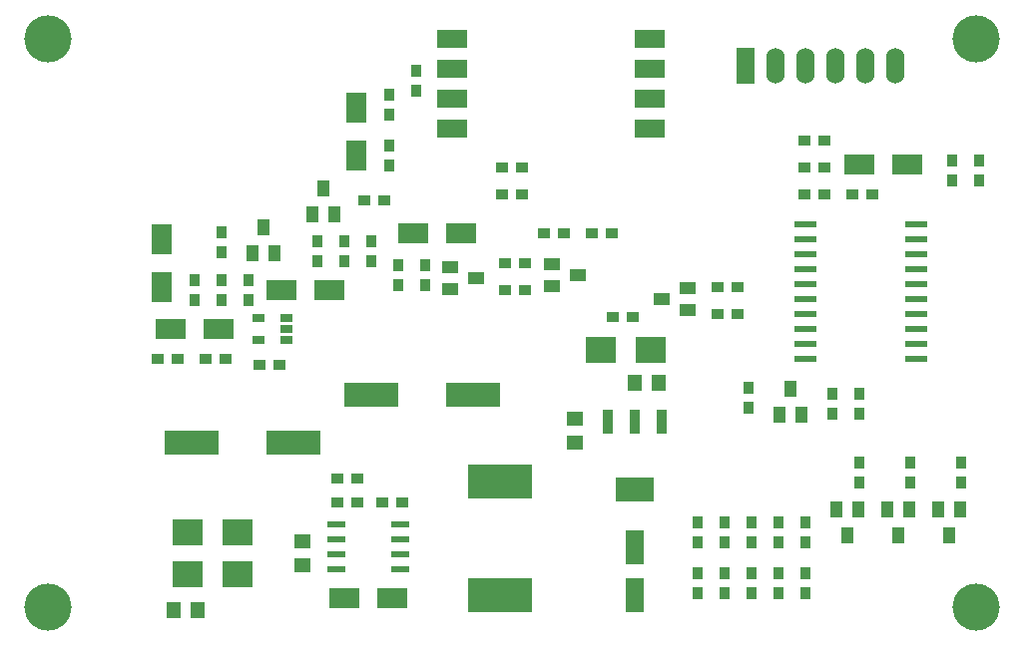
<source format=gtp>
G04 #@! TF.GenerationSoftware,KiCad,Pcbnew,5.0.0-fee4fd1~66~ubuntu18.04.1*
G04 #@! TF.CreationDate,2018-12-28T16:36:32-07:00*
G04 #@! TF.ProjectId,transceiver_test,7472616E736365697665725F74657374,rev?*
G04 #@! TF.SameCoordinates,Original*
G04 #@! TF.FileFunction,Paste,Top*
G04 #@! TF.FilePolarity,Positive*
%FSLAX46Y46*%
G04 Gerber Fmt 4.6, Leading zero omitted, Abs format (unit mm)*
G04 Created by KiCad (PCBNEW 5.0.0-fee4fd1~66~ubuntu18.04.1) date Fri Dec 28 16:36:32 2018*
%MOMM*%
%LPD*%
G01*
G04 APERTURE LIST*
%ADD10R,0.950000X1.000000*%
%ADD11R,1.000000X0.950000*%
%ADD12R,4.600000X2.000000*%
%ADD13R,1.450000X1.150000*%
%ADD14R,1.500000X3.000000*%
%ADD15R,1.150000X1.450000*%
%ADD16R,1.700000X2.500000*%
%ADD17R,2.500000X1.700000*%
%ADD18R,2.500000X2.300000*%
%ADD19R,1.524000X3.048000*%
%ADD20O,1.524000X3.048000*%
%ADD21R,5.400000X2.900000*%
%ADD22R,1.000000X1.400000*%
%ADD23R,1.400000X1.000000*%
%ADD24R,1.000000X0.700000*%
%ADD25R,1.950000X0.600000*%
%ADD26R,2.540000X1.520000*%
%ADD27R,1.550000X0.600000*%
%ADD28R,0.950000X2.150000*%
%ADD29R,3.250000X2.150000*%
%ADD30C,4.000000*%
G04 APERTURE END LIST*
D10*
G04 #@! TO.C,C1*
X27686000Y-57721000D03*
X27686000Y-56071000D03*
G04 #@! TD*
G04 #@! TO.C,C2*
X38100000Y-52769000D03*
X38100000Y-54419000D03*
G04 #@! TD*
D11*
G04 #@! TO.C,C3*
X26225000Y-62738000D03*
X24575000Y-62738000D03*
G04 #@! TD*
D10*
G04 #@! TO.C,C4*
X42672000Y-54419000D03*
X42672000Y-52769000D03*
G04 #@! TD*
D11*
G04 #@! TO.C,C5*
X34861000Y-63246000D03*
X33211000Y-63246000D03*
G04 #@! TD*
D10*
G04 #@! TO.C,C6*
X47244000Y-54801000D03*
X47244000Y-56451000D03*
G04 #@! TD*
D11*
G04 #@! TO.C,C7*
X79439000Y-48768000D03*
X81089000Y-48768000D03*
G04 #@! TD*
D10*
G04 #@! TO.C,C8*
X74676000Y-65215000D03*
X74676000Y-66865000D03*
G04 #@! TD*
D11*
G04 #@! TO.C,C9*
X85153000Y-48768000D03*
X83503000Y-48768000D03*
G04 #@! TD*
D10*
G04 #@! TO.C,C10*
X46482000Y-38291000D03*
X46482000Y-39941000D03*
G04 #@! TD*
D12*
G04 #@! TO.C,C11*
X27400000Y-69850000D03*
X36100000Y-69850000D03*
G04 #@! TD*
D11*
G04 #@! TO.C,C12*
X45275000Y-74930000D03*
X43625000Y-74930000D03*
G04 #@! TD*
D12*
G04 #@! TO.C,C13*
X51340000Y-65786000D03*
X42640000Y-65786000D03*
G04 #@! TD*
D13*
G04 #@! TO.C,C14*
X59944000Y-69859000D03*
X59944000Y-67809000D03*
G04 #@! TD*
D14*
G04 #@! TO.C,C15*
X65024000Y-78772000D03*
X65024000Y-82772000D03*
G04 #@! TD*
D15*
G04 #@! TO.C,C16*
X65015000Y-64770000D03*
X67065000Y-64770000D03*
G04 #@! TD*
D16*
G04 #@! TO.C,D1*
X24892000Y-52610000D03*
X24892000Y-56610000D03*
G04 #@! TD*
D10*
G04 #@! TO.C,D2*
X44196000Y-40323000D03*
X44196000Y-41973000D03*
G04 #@! TD*
D16*
G04 #@! TO.C,D3*
X41402000Y-45434000D03*
X41402000Y-41434000D03*
G04 #@! TD*
D17*
G04 #@! TO.C,D4*
X39084000Y-56896000D03*
X35084000Y-56896000D03*
G04 #@! TD*
G04 #@! TO.C,D5*
X46260000Y-52070000D03*
X50260000Y-52070000D03*
G04 #@! TD*
D10*
G04 #@! TO.C,D6*
X74930000Y-76645000D03*
X74930000Y-78295000D03*
G04 #@! TD*
G04 #@! TO.C,D7*
X77216000Y-78295000D03*
X77216000Y-76645000D03*
G04 #@! TD*
G04 #@! TO.C,D8*
X79502000Y-76645000D03*
X79502000Y-78295000D03*
G04 #@! TD*
D17*
G04 #@! TO.C,D9*
X84106000Y-46228000D03*
X88106000Y-46228000D03*
G04 #@! TD*
D18*
G04 #@! TO.C,D10*
X31360000Y-77470000D03*
X27060000Y-77470000D03*
G04 #@! TD*
G04 #@! TO.C,D13*
X27060000Y-81026000D03*
X31360000Y-81026000D03*
G04 #@! TD*
D17*
G04 #@! TO.C,D14*
X44418000Y-83058000D03*
X40418000Y-83058000D03*
G04 #@! TD*
D10*
G04 #@! TO.C,D15*
X72644000Y-78295000D03*
X72644000Y-76645000D03*
G04 #@! TD*
D18*
G04 #@! TO.C,D16*
X62112000Y-61976000D03*
X66412000Y-61976000D03*
G04 #@! TD*
D10*
G04 #@! TO.C,D17*
X70358000Y-78295000D03*
X70358000Y-76645000D03*
G04 #@! TD*
D19*
G04 #@! TO.C,J3*
X74422000Y-37846000D03*
D20*
X76962000Y-37846000D03*
X79502000Y-37846000D03*
X82042000Y-37846000D03*
X84582000Y-37846000D03*
X87122000Y-37846000D03*
G04 #@! TD*
D21*
G04 #@! TO.C,L1*
X53594000Y-82828000D03*
X53594000Y-73128000D03*
G04 #@! TD*
D22*
G04 #@! TO.C,Q1*
X33528000Y-51562000D03*
X34478000Y-53762000D03*
X32578000Y-53762000D03*
G04 #@! TD*
G04 #@! TO.C,Q2*
X38608000Y-48260000D03*
X39558000Y-50460000D03*
X37658000Y-50460000D03*
G04 #@! TD*
G04 #@! TO.C,Q3*
X92644000Y-75524000D03*
X90744000Y-75524000D03*
X91694000Y-77724000D03*
G04 #@! TD*
D23*
G04 #@! TO.C,Q4*
X51562000Y-55880000D03*
X49362000Y-56830000D03*
X49362000Y-54930000D03*
G04 #@! TD*
G04 #@! TO.C,Q5*
X69510000Y-58608000D03*
X69510000Y-56708000D03*
X67310000Y-57658000D03*
G04 #@! TD*
D22*
G04 #@! TO.C,Q6*
X87376000Y-77724000D03*
X86426000Y-75524000D03*
X88326000Y-75524000D03*
G04 #@! TD*
D23*
G04 #@! TO.C,Q7*
X57998000Y-54676000D03*
X57998000Y-56576000D03*
X60198000Y-55626000D03*
G04 #@! TD*
D22*
G04 #@! TO.C,Q8*
X84008000Y-75524000D03*
X82108000Y-75524000D03*
X83058000Y-77724000D03*
G04 #@! TD*
D10*
G04 #@! TO.C,R1*
X29972000Y-57721000D03*
X29972000Y-56071000D03*
G04 #@! TD*
G04 #@! TO.C,R2*
X29972000Y-52007000D03*
X29972000Y-53657000D03*
G04 #@! TD*
G04 #@! TO.C,R3*
X32258000Y-56071000D03*
X32258000Y-57721000D03*
G04 #@! TD*
G04 #@! TO.C,R4*
X44196000Y-44641000D03*
X44196000Y-46291000D03*
G04 #@! TD*
D11*
G04 #@! TO.C,R5*
X42101000Y-49276000D03*
X43751000Y-49276000D03*
G04 #@! TD*
D10*
G04 #@! TO.C,R6*
X40386000Y-52769000D03*
X40386000Y-54419000D03*
G04 #@! TD*
D11*
G04 #@! TO.C,R7*
X28639000Y-62738000D03*
X30289000Y-62738000D03*
G04 #@! TD*
D10*
G04 #@! TO.C,R8*
X44958000Y-56451000D03*
X44958000Y-54801000D03*
G04 #@! TD*
G04 #@! TO.C,R9*
X92710000Y-73215000D03*
X92710000Y-71565000D03*
G04 #@! TD*
G04 #@! TO.C,R10*
X74930000Y-82613000D03*
X74930000Y-80963000D03*
G04 #@! TD*
D11*
G04 #@! TO.C,R11*
X54039000Y-56896000D03*
X55689000Y-56896000D03*
G04 #@! TD*
D10*
G04 #@! TO.C,R12*
X88392000Y-73215000D03*
X88392000Y-71565000D03*
G04 #@! TD*
D11*
G04 #@! TO.C,R13*
X55689000Y-54610000D03*
X54039000Y-54610000D03*
G04 #@! TD*
G04 #@! TO.C,R14*
X64833000Y-59182000D03*
X63183000Y-59182000D03*
G04 #@! TD*
D10*
G04 #@! TO.C,R15*
X77216000Y-82613000D03*
X77216000Y-80963000D03*
G04 #@! TD*
D11*
G04 #@! TO.C,R16*
X72073000Y-56642000D03*
X73723000Y-56642000D03*
G04 #@! TD*
D10*
G04 #@! TO.C,R17*
X84074000Y-71565000D03*
X84074000Y-73215000D03*
G04 #@! TD*
D11*
G04 #@! TO.C,R18*
X72073000Y-58928000D03*
X73723000Y-58928000D03*
G04 #@! TD*
G04 #@! TO.C,R19*
X57341000Y-52070000D03*
X58991000Y-52070000D03*
G04 #@! TD*
D10*
G04 #@! TO.C,R20*
X79502000Y-80963000D03*
X79502000Y-82613000D03*
G04 #@! TD*
D11*
G04 #@! TO.C,R21*
X63055000Y-52070000D03*
X61405000Y-52070000D03*
G04 #@! TD*
G04 #@! TO.C,R22*
X79439000Y-46482000D03*
X81089000Y-46482000D03*
G04 #@! TD*
D10*
G04 #@! TO.C,R23*
X84074000Y-67373000D03*
X84074000Y-65723000D03*
G04 #@! TD*
G04 #@! TO.C,R24*
X81788000Y-65723000D03*
X81788000Y-67373000D03*
G04 #@! TD*
D11*
G04 #@! TO.C,R25*
X81089000Y-44196000D03*
X79439000Y-44196000D03*
G04 #@! TD*
G04 #@! TO.C,R26*
X53785000Y-48768000D03*
X55435000Y-48768000D03*
G04 #@! TD*
G04 #@! TO.C,R27*
X53785000Y-46482000D03*
X55435000Y-46482000D03*
G04 #@! TD*
D10*
G04 #@! TO.C,R28*
X91948000Y-45911000D03*
X91948000Y-47561000D03*
G04 #@! TD*
G04 #@! TO.C,R29*
X94234000Y-45911000D03*
X94234000Y-47561000D03*
G04 #@! TD*
D15*
G04 #@! TO.C,R30*
X25899000Y-84074000D03*
X27949000Y-84074000D03*
G04 #@! TD*
D11*
G04 #@! TO.C,R31*
X39815000Y-74930000D03*
X41465000Y-74930000D03*
G04 #@! TD*
G04 #@! TO.C,R32*
X41465000Y-72898000D03*
X39815000Y-72898000D03*
G04 #@! TD*
D13*
G04 #@! TO.C,R33*
X36830000Y-80273000D03*
X36830000Y-78223000D03*
G04 #@! TD*
D10*
G04 #@! TO.C,R34*
X72644000Y-82613000D03*
X72644000Y-80963000D03*
G04 #@! TD*
G04 #@! TO.C,R35*
X70358000Y-80963000D03*
X70358000Y-82613000D03*
G04 #@! TD*
D24*
G04 #@! TO.C,U2*
X35490000Y-61148000D03*
X35490000Y-60198000D03*
X35490000Y-59248000D03*
X33090000Y-59248000D03*
X33090000Y-61148000D03*
G04 #@! TD*
D25*
G04 #@! TO.C,U3*
X88902000Y-51308000D03*
X88902000Y-53848000D03*
X88902000Y-55118000D03*
X88902000Y-52578000D03*
X88902000Y-56388000D03*
X88902000Y-62738000D03*
X88902000Y-58928000D03*
X88902000Y-61468000D03*
X88902000Y-60198000D03*
X88902000Y-57658000D03*
X79502000Y-57658000D03*
X79502000Y-60198000D03*
X79502000Y-61468000D03*
X79502000Y-58928000D03*
X79502000Y-62738000D03*
X79502000Y-56388000D03*
X79502000Y-52578000D03*
X79502000Y-55118000D03*
X79502000Y-53848000D03*
X79502000Y-51308000D03*
G04 #@! TD*
D22*
G04 #@! TO.C,U4*
X77282000Y-67478000D03*
X79182000Y-67478000D03*
X78232000Y-65278000D03*
G04 #@! TD*
D26*
G04 #@! TO.C,U5*
X49530000Y-35560000D03*
X49530000Y-38100000D03*
X49530000Y-40640000D03*
X49530000Y-43180000D03*
X66290000Y-35560000D03*
X66290000Y-38100000D03*
X66290000Y-40640000D03*
X66290000Y-43180000D03*
G04 #@! TD*
D27*
G04 #@! TO.C,U6*
X45118000Y-80645000D03*
X45118000Y-79375000D03*
X45118000Y-78105000D03*
X45118000Y-76835000D03*
X39718000Y-76835000D03*
X39718000Y-78105000D03*
X39718000Y-79375000D03*
X39718000Y-80645000D03*
G04 #@! TD*
D28*
G04 #@! TO.C,U7*
X67324000Y-68072000D03*
X65024000Y-68072000D03*
X62724000Y-68072000D03*
D29*
X65024000Y-73872000D03*
G04 #@! TD*
D30*
G04 #@! TO.C,M1*
X93980000Y-83820000D03*
G04 #@! TD*
G04 #@! TO.C,M2*
X15240000Y-83820000D03*
G04 #@! TD*
G04 #@! TO.C,M3*
X93980000Y-35560000D03*
G04 #@! TD*
G04 #@! TO.C,M4*
X15240000Y-35560000D03*
G04 #@! TD*
D17*
G04 #@! TO.C,D18*
X25686000Y-60198000D03*
X29686000Y-60198000D03*
G04 #@! TD*
M02*

</source>
